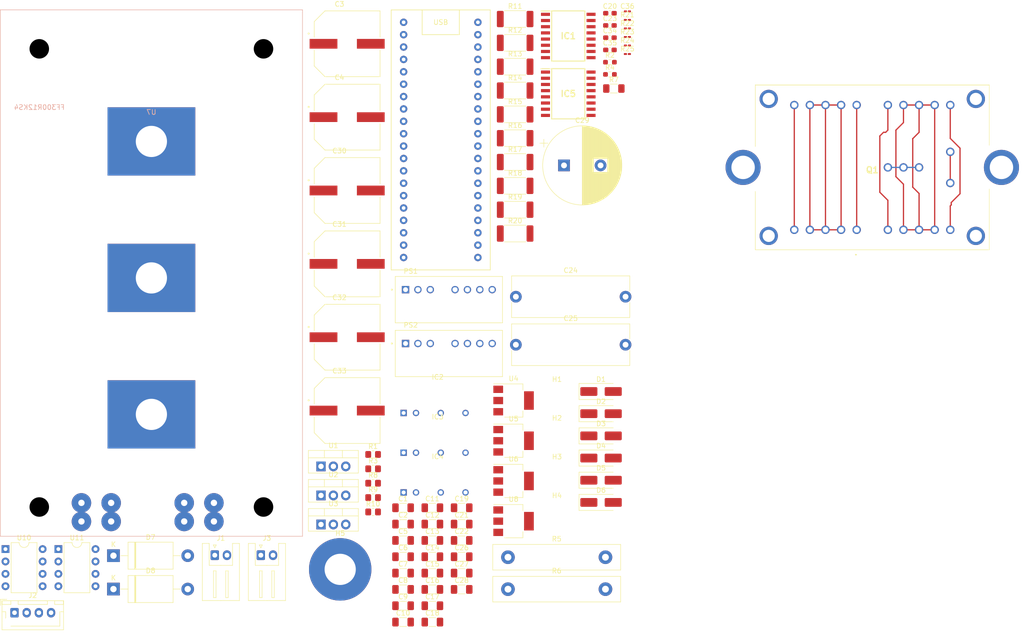
<source format=kicad_pcb>
(kicad_pcb (version 20221018) (generator pcbnew)
  (layers (0 "F.Cu" signal) (31 "B.Cu" signal) (34 "B.Paste" user) (35 "F.Paste" user) (36 "B.SilkS" user "B.Silkscreen") (37 "F.SilkS" user "F.Silkscreen") (38 "B.Mask" user) (39 "F.Mask" user) (44 "Edge.Cuts" user))
  (net 0 "")
  (net 1 "VAux+")
  (net 2 "VAux-")
  (net 3 "Net-(PS1-CTRL)")
  (net 4 "Net-(PS2-CTRL)")
  (net 5 "Net-(U3-VO)")
  (net 6 "VDrive1")
  (net 7 "GND1")
  (net 8 "VDrive2")
  (net 9 "GND2")
  (net 10 "Net-(U4-VO)")
  (net 11 "Net-(U5-VO)")
  (net 12 "Net-(U6-VO)")
  (net 13 "DIG5V")
  (net 14 "DIG-")
  (net 15 "DIG+")
  (net 16 "VDrive1Neg")
  (net 17 "VDrive2Neg")
  (net 18 "Net-(D1-A)")
  (net 19 "Net-(D4-A)")
  (net 20 "Net-(D7-K)")
  (net 21 "Net-(D8-A)")
  (net 22 "Net-(D8-K)")
  (net 23 "Net-(H5-Pad1)")
  (net 24 "+BATT")
  (net 25 "Net-(D3-A)")
  (net 26 "Net-(D6-A)")
  (net 28 "Net-(IC1-OUT)")
  (net 30 "INLS")
  (net 31 "RDY")
  (net 32 "FLT")
  (net 33 "RST")
  (net 35 "Net-(IC5-OUT)")
  (net 37 "INHS")
  (net 42 "Net-(R1-Pad2)")
  (net 43 "Net-(R3-Pad2)")
  (net 44 "Net-(J2-Pin_1)")
  (net 45 "Net-(J2-Pin_2)")
  (net 46 "Net-(J2-Pin_3)")
  (net 47 "Net-(J2-Pin_4)")
  (net 48 "Net-(U10-VO)")
  (net 49 "Net-(R23-Pad1)")
  (net 50 "Net-(U11-A)")
  (net 51 "Net-(U10-A)")
  (net 87 "Net-(Q1-PadE1)")
  (net 88 "Net-(Q1-PadE2)")
  (net 89 "Net-(Q1-PadG1)")
  (net 90 "Net-(Q1-PadG2)")
  (net 91 "Net-(Q1-PadP1)")
  (net 92 "Net-(Q1-PadT1)")
  (net 93 "Net-(Q1-PadU1)")
  (net 94 "Net-(Q1-PadEU1)")
  (footprint "Resistor_SMD:R_0805_2012Metric_Pad1.20x1.40mm_HandSolder" (layer "F.Cu") (at 92.338 110.037)
    (fp_text reference "R3")
    (fp_text value "3.3")
  )
  (footprint "Resistor_SMD:R_0603_1608Metric_Pad0.98x0.95mm_HandSolder" (layer "F.Cu") (at 140.928 26.607)
    (fp_text reference "R2")
    (fp_text value "1K")
  )
  (footprint "Capacitor_SMD:C_1206_3216Metric_Pad1.33x1.80mm_HandSolder" (layer "F.Cu") (at 98.488 138.127)
    (fp_text reference "C9")
    (fp_text value "1uF")
  )
  (footprint "Resistor_SMD:R_0805_2012Metric_Pad1.20x1.40mm_HandSolder" (layer "F.Cu") (at 92.338 115.937)
    (fp_text reference "R9")
    (fp_text value "4.7K")
  )
  (footprint "25V 1000uf:CAP_EEEFK1E102AQ" (layer "F.Cu") (at 87.013 98.087)
    (fp_text reference "C33")
    (fp_text value "1000uF")
  )
  (footprint "Capacitor_SMD:C_1206_3216Metric_Pad1.33x1.80mm_HandSolder" (layer "F.Cu") (at 110.508 128.077)
    (fp_text reference "C26")
    (fp_text value "22nF")
  )
  (footprint "Capacitor_SMD:C_1206_3216Metric_Pad1.33x1.80mm_HandSolder" (layer "F.Cu") (at 98.488 128.077)
    (fp_text reference "C6")
    (fp_text value "1uF")
  )
  (footprint "MountingHole:MountingHole_3.2mm_M3" (layer "F.Cu") (at 130.058 103.827)
    (fp_text reference "H2")
    (fp_text value "MountingHole")
  )
  (footprint "Package_TO_SOT_SMD:SOT-223-3_TabPin2" (layer "F.Cu") (at 121.158 104.277)
    (fp_text reference "U5")
    (fp_text value "AMS1117-5.0")
  )
  (footprint "1ED3322MC12NXUMA1:SOIC127P1030X265-16N" (layer "F.Cu") (at 132.378 33.087)
    (fp_text reference "IC5")
    (fp_text value "1ED3322MC12NXUMA1" hide)
  )
  (footprint "Resistor_SMD:R_2512_6332Metric_Pad1.40x3.35mm_HandSolder" (layer "F.Cu") (at 121.478 27.537)
    (fp_text reference "R13")
    (fp_text value "1")
  )
  (footprint "Package_DIP:DIP-8_W7.62mm" (layer "F.Cu") (at 16.918 126.507)
    (fp_text reference "U10")
    (fp_text value "6N137")
  )
  (footprint "Package_TO_SOT_THT:TO-220-3_Vertical" (layer "F.Cu") (at 81.648 121.457)
    (fp_text reference "U3")
    (fp_text value "LM7809_TO220")
  )
  (footprint "Capacitor_SMD:C_1206_3216Metric_Pad1.33x1.80mm_HandSolder" (layer "F.Cu") (at 104.498 141.477)
    (fp_text reference "C18")
    (fp_text value "1uF")
  )
  (footprint "25V 1000uf:CAP_EEEFK1E102AQ" (layer "F.Cu") (at 87.013 67.987)
    (fp_text reference "C31")
    (fp_text value "1000uF")
  )
  (footprint "MountingHole:MountingHole_3.2mm_M3" (layer "F.Cu") (at 130.058 95.877)
    (fp_text reference "H1")
    (fp_text value "MountingHole")
  )
  (footprint "Capacitor_SMD:C_1206_3216Metric_Pad1.33x1.80mm_HandSolder" (layer "F.Cu") (at 98.488 121.377)
    (fp_text reference "C2")
    (fp_text value "1uF")
  )
  (footprint "Diode_THT:D_DO-201AE_P15.24mm_Horizontal" (layer "F.Cu") (at 39.068 127.857)
    (fp_text reference "D7")
    (fp_text value "D_Snub")
  )
  (footprint "Resistor_SMD:R_2512_6332Metric_Pad1.40x3.35mm_HandSolder" (layer "F.Cu") (at 121.478 56.877)
    (fp_text reference "R19")
    (fp_text value "1")
  )
  (footprint "Resistor_SMD:R_0603_1608Metric_Pad0.98x0.95mm_HandSolder" (layer "F.Cu") (at 140.928 29.117)
    (fp_text reference "R4")
    (fp_text value "1K")
  )
  (footprint "Capacitor_SMD:C_1206_3216Metric_Pad1.33x1.80mm_HandSolder" (layer "F.Cu") (at 110.508 121.377)
    (fp_text reference "C21")
    (fp_text value "1uF")
  )
  (footprint "Capacitor_SMD:C_1206_3216Metric_Pad1.33x1.80mm_HandSolder" (layer "F.Cu") (at 104.498 118.027)
    (fp_text reference "C11")
    (fp_text value "1uF")
  )
  (footprint "25V 1000uf:CAP_EEEFK1E102AQ" (layer "F.Cu") (at 87.013 37.887)
    (fp_text reference "C4")
    (fp_text value "1000uF")
  )
  (footprint "Resistor_SMD:R_2512_6332Metric_Pad1.40x3.35mm_HandSolder" (layer "F.Cu") (at 121.478 51.987)
    (fp_text reference "R18")
    (fp_text value "1")
  )
  (footprint "Capacitor_SMD:C_0603_1608Metric_Pad1.08x0.95mm_HandSolder" (layer "F.Cu") (at 140.928 24.097)
    (fp_text reference "C35")
    (fp_text value "100nF")
  )
  (footprint "Resistor_SMD:R_0201_0603Metric_Pad0.64x0.40mm_HandSolder" (layer "F.Cu") (at 144.508 19.687)
    (fp_text reference "R22")
    (fp_text value "470")
  )
  (footprint "URB2415S-10WR3:CONV_URB2415S-10WR3" (layer "F.Cu") (at 107.883 75.327)
    (fp_text reference "PS1")
    (fp_text value "URB2415S-10WR3")
  )
  (footprint "Capacitor_SMD:C_1206_3216Metric_Pad1.33x1.80mm_HandSolder" (layer "F.Cu") (at 98.488 131.427)
    (fp_text reference "C7")
    (fp_text value "1uF")
  )
  (footprint "Resistor_SMD:R_2512_6332Metric_Pad1.40x3.35mm_HandSolder" (layer "F.Cu") (at 121.478 37.317)
    (fp_text reference "R15")
    (fp_text value "1")
  )
  (footprint "25V 1000uf:CAP_EEEFK1E102AQ" (layer "F.Cu") (at 87.013 22.837)
    (fp_text reference "C3")
    (fp_text value "1000uF")
  )
  (footprint "Capacitor_SMD:C_1206_3216Metric_Pad1.33x1.80mm_HandSolder" (layer "F.Cu") (at 110.508 124.727)
    (fp_text reference "C22")
    (fp_text value "1uF")
  )
  (footprint "Resistor_SMD:R_2512_6332Metric_Pad1.40x3.35mm_HandSolder" (layer "F.Cu") (at 121.478 61.767)
    (fp_text reference "R20")
    (fp_text value "1")
  )
  (footprint "Package_DIP:DIP-8_W7.62mm" (layer "F.Cu") (at 27.768 126.507)
    (fp_text reference "U11")
    (fp_text value "6N137")
  )
  (footprint "B0505-2W:B0505S-2W" (layer "F.Cu") (at 106.2192 95.6682)
    (property "VALUE" "B0505S-2W")
    (fp_text reference "IC2")
    (fp_text value "B0505S-2W")
  )
  (footprint "BLue Pill:ChinaBluePill" (layer "F.Cu") (at 98.598 66.687)
    (fp_text reference "U9" hide)
    (fp_text value "ChinaBluePill" hide)
  )
  (footprint "Capacitor_THT:CP_Radial_D16.0mm_P7.50mm" (layer "F.Cu") (at 131.502491 47.787)
    (fp_text reference "C29")
    (fp_text value "56uF")
  )
  (footprint "Connector_JST:JST_XH_S2B-XH-A_1x02_P2.50mm_Horizontal" (layer "F.Cu") (at 59.858 127.757)
    (fp_text reference "J1")
    (fp_text value "Conn_01x02_Male")
  )
  (footprint "Capacitor_SMD:C_1206_3216Metric_Pad1.33x1.80mm_HandSolder" (layer "F.Cu") (at 104.498 124.727)
    (fp_text reference "C13")
    (fp_text value "1uF")
  )
  (footprint "Capacitor_SMD:C_1206_3216Metric_Pad1.33x1.80mm_HandSolder" (layer "F.Cu") (at 110.508 118.027)
    (fp_text reference "C19")
    (fp_text value "1uF")
  )
  (footprint "MountingHole:MountingHole_3.2mm_M3" (layer "F.Cu") (at 130.058 111.777)
    (fp_text reference "H3")
    (fp_text value "MountingHole")
  )
  (footprint "Capacitor_SMD:C_0603_1608Metric_Pad1.08x0.95mm_HandSolder" (layer "F.Cu") (at 140.928 19.077)
    (fp_text reference "C23")
    (fp_text value "C_Desat")
  )
  (footprint "Resistor_SMD:R_0805_2012Metric_Pad1.20x1.40mm_HandSolder" (layer "F.Cu") (at 92.338 112.987)
    (fp_text reference "R8")
    (fp_text value "4.7K")
  )
  (footprint "25V 1000uf:CAP_EEEFK1E102AQ" (layer "F.Cu") (at 87.013 83.037)
    (fp_text reference "C32")
    (fp_text value "1000uF")
  )
  (footprint "Capacitor_SMD:C_1206_3216Metric_Pad1.33x1.80mm_HandSolder" (layer "F.Cu") (at 110.508 134.777)
    (fp_text reference "C28")
    (fp_text value "22nF")
  )
  (footprint "Resistor_SMD:R_0201_0603Metric_Pad0.64x0.40mm_HandSolder" (layer "F.Cu") (at 144.508 24.937)
    (fp_text reference "R25")
    (fp_text value "330")
  )
  (footprint "B0505-2W:B0505S-2W" (layer "F.Cu") (at 106.2192 111.973)
    (property "VALUE" "B0505S-2W")
    (fp_text reference "IC4")
    (fp_text value "B0505S-2W")
  )
  (footprint "Resistor_SMD:R_0201_0603Metric_Pad0.64x0.40mm_HandSolder" (layer "F.Cu") (at 144.508 21.437)
    (fp_text reference "R23")
    (fp_text value "330")
  )
  (footprint "Resistor_THT:R_Box_L26.0mm_W5.0mm_P20.00mm" (layer "F.Cu") (at 120.008 134.727)
    (fp_text reference "R6")
    (fp_text value "R_Snub")
  )
  (footprint "Capacitor_SMD:C_0603_1608Metric_Pad1.08x0.95mm_HandSolder" (layer "F.Cu") (at 140.928 21.587)
    (fp_text reference "C34")
    (fp_text value "100nF")
  )
  (footprint "Capacitor_SMD:C_1206_3216Metric_Pad1.33x1.80mm_HandSolder" (layer "F.Cu") (at 98.488 124.727)
    (fp_text reference "C5")
    (fp_text value "1uF")
  )
  (footprint "Capacitor_SMD:C_1206_3216Metric_Pad1.33x1.80mm_HandSolder" (layer "F.Cu") (at 104.498 128.077)
    (fp_text reference "C14")
    (fp_text value "1uF")
  )
  (footprint "Diode_SMD:D_SMA_Handsoldering" (layer "F.Cu") (at 139.103 98.727)
    (fp_text reference "D2")
    (fp_text value "D_Schottky")
  )
  (footprint "Diode_SMD:D_SMA_Handsoldering" (layer "F.Cu") (at 139.103 103.277)
    (fp_text reference "D3")
    (fp_text value "1N4007")
  )
  (footprint "IGBT:F475R06W1E3" (layer "F.Cu") (at 191.55 61)
    (fp_text reference "Q1")
    (fp_text value "F4-75R06W1E3" hide)
  )
  (footprint "Resistor_SMD:R_2512_6332Metric_Pad1.40x3.35mm_HandSolder" (layer "F.Cu") (at 121.478 42.207)
    (fp_text reference "R16")
    (fp_text value "1")
  )
  (footprint "Capacitor_SMD:C_1206_3216Metric_Pad1.33x1.80mm_HandSolder" (layer "F.Cu") (at 104.498 131.427)
    (fp_text reference "C15")
    (fp_text value "1uF")
  )
  (footprint "Package_TO_SOT_SMD:SOT-223-3_TabPin2" (layer "F.Cu") (at 121.158 112.527)
    (fp_text reference "U6")
    (fp_text value "AMS1117-5.0")
  )
  (footprint "25V 1000uf:CAP_EEEFK1E102AQ" (layer "F.Cu") (at 87.013 52.937)
    (fp_text reference "C30")
    (fp_text value "1000uF")
  )
  (footprint "Diode_SMD:D_SMA_Handsoldering" (layer "F.Cu") (at 139.103 116.927)
    (fp_text reference "D6")
    (fp_text value "1N4007")
  )
  (footprint "Resistor_SMD:R_2512_6332Metric_Pad1.40x3.35mm_HandSolder" (layer "F.Cu") (at 121.478 47.097)
    (fp_text reference "R17")
    (fp_text value "1")
  )
  (footprint "Connector_JST:JST_XH_S2B-XH-A_1x02_P2.50mm_Horizontal" (layer "F.Cu") (at 69.308 127.757)
    (fp_text reference "J3")
    (fp_text value "Conn_01x02_Male")
  )
  (footprint "MountingHole:MountingHole_3.2mm_M3" (layer "F.Cu") (at 130.058 119.727)
    (fp_text reference "H4")
    (fp_text value "MountingHole")
  )
  (footprint "URB2415S-10WR3:CONV_URB2415S-10WR3" (layer "F.Cu") (at 107.883 86.377)
    (fp_text reference "PS2")
    (fp_text value "URB2415S-10WR3")
  )
  (footprint "Diode_SMD:D_SMA_Handsoldering" (layer "F.Cu") (at 139.103 112.377)
    (fp_text reference "D5")
    (fp_text value "D_Schottky")
  )
  (footprint "Resistor_SMD:R_0805_2012Metric_Pad1.20x1.40mm_HandSolder" (layer "F.Cu") (at 92.338 107.087)
    (fp_text reference "R1")
    (fp_text value "3.3")
  )
  (footprint "Diode_THT:D_DO-201AE_P15.24mm_Horizontal" (layer "F.Cu") (at 39.068 134.707)
    (fp_text reference "D8")
    (fp_text value "D_Snub")
  )
  (footprint "Resistor_SMD:R_0201_0603Metric_Pad0.64x0.40mm_HandSolder" (layer "F.Cu") (at 144.508 17.937)
    (fp_text reference "R21")
    (fp_text value "330")
  )
  (footprint "Resistor_SMD:R_0805_2012Metric_Pad1.20x1.40mm_HandSolder" (layer "F.Cu") (at 92.338 118.887)
    (fp_text reference "R10")
    (fp_text value "4.7K")
  )
  (footprint "Package_TO_SOT_SMD:SOT-223-3_TabPin2" (layer "F.Cu") (at 121.158 96.027)
    (fp_text reference "U4")
    (fp_text value "AMS1117-5.0")
  )
  (footprint "1ED3322MC12NXUMA1:SOIC127P1030X265-16N" (layer "F.Cu") (at 132.378 21.237)
    (fp_text reference "IC1")
    (fp_text value "1ED3322MC12NXUMA1" hide)
  )
  (footprint "B0505-2W:B0505S-2W" (layer "F.Cu") (at 106.2192 103.8206)
    (property "VALUE" "B0505S-2W")
    (fp_text reference "IC3")
    (fp_text value "B0505S-2W")
  )
  (footprint "Capacitor_SMD:C_1206_3216Metric_Pad1.33x1.80mm_HandSolder" (layer "F.Cu") (at 110.508 131.427)
    (fp_text reference "C27")
    (fp_text value "22nF")
  )
  (footprint "Capacitor_SMD:C_1206_3216Metric_Pad1.33x1.80mm_HandSolder" (layer "F.Cu") (at 104.498 121.377)
    (fp_text reference "C12")
    (fp_text value "1uF")
  )
  (footprint "Resistor_SMD:R_1206_3216Metric_Pad1.30x1.75mm_HandSolder" (layer "F.Cu") (at 141.728 32.017)
    (fp_text reference "R7")
    (fp_text value "22K")
  )
  (footprint "Package_TO_SOT_THT:TO-220-3_Vertical" (layer "F.Cu") (at 81.648 109.537)
    (fp_text reference "U1")
    (fp_text value "LM7809_TO220")
  )
  (footprint "Capacitor_SMD:C_1206_3216Metric_Pad1.33x1.80mm_HandSolder" (layer "F.Cu") (at 104.498 134.777)
    (fp_text reference "C16")
    (fp_text value "1uF")
  )
  (footprint "Diode_SMD:D_SMA_Handsoldering" (layer "F.Cu") (at 139.103 107.827)
    (fp_text reference "D4")
    (fp_text value "D_Schottky")
  )
  (footprint "Resistor_SMD:R_2512_6332Metric_Pad1.40x3.35mm_HandSolder" (layer "F.Cu") (at 121.478 32.427)
    (fp_text reference "R14")
    (fp_text value "1")
  )
  (footprint "Capacitor_SMD:C_1206_3216Metric_Pad1.33x1.80mm_HandSolder" (layer "F.Cu") (at 98.488 134.777)
    (fp_text reference "C8")
    (fp_text value "1uF")
  )
  (footprint "Resistor_SMD:R_2512_6332Metric_Pad1.40x3.35mm_HandSolder" (layer "F.Cu") (at 121.478 22.647)
    (fp_text reference "R12")
    (fp_text value "1")
  )
  (footprint "Resistor_SMD:R_2512_6332Metric_Pad1.40x3.35mm_HandSolder" (layer "F.Cu") (at 121.478 17.757)
    (fp_text reference "R11")
    (fp_text value "1")
  )
  (footprint "Connector_JST:JST_XH_B4B-XH-AM_1x04_P2.50mm_Vertical" (layer "F.Cu") (at 18.768 139.557)
    (fp_text reference "J2")
    (fp_text value "Conn_01x04_Pin")
  )
  (footprint "Capacitor_SMD:C_0201_0603Metric_Pad0.64x0.40mm_HandSolder" (layer "F.Cu") (at 144.508 16.187)
    (fp_text reference "C36")
    (fp_text value "0.1uF")
  )
  (footprint "Capacitor_SMD:C_1206_3216Metric_Pad1.33x1.80mm_HandSolder" (layer "F.Cu") (at 98.488 141.477)
    (fp_text reference "C10")
    (fp_text value "1uF")
  )
  (footprint "Resistor_THT:R_Box_L26.0mm_W5.0mm_P20.00mm" (layer "F.Cu") (at 120.008 128.177)
    (fp_text reference "R5")
    (fp_text value "R_Snub")
  )
  (footprint "Capacitor_SMD:C_1206_3216Metric_Pad1.33x1.80mm_HandSolder" (layer "F.Cu") (at 104.498 138.127)
    (fp_text reference "C17")
    (fp_text value "1uF")
  )
  (footprint "Resistor_SMD:R_0201_0603Metric_Pad0.64x0.40mm_HandSolder" (layer "F.Cu") (at 144.508 23.187)
    (fp_text reference "R24")
    (fp_text value "330")
  )
  (footprint "Package_TO_SOT_THT:TO-220-3_Vertical" (layer "F.Cu") (at 81.648 115.497)
    (fp_text reference "U2")
    (fp_text value "LM7809_TO220")
  )
  (footprint "Capacitor_SMD:C_1206_3216Metric_Pad1.33x1.80mm_HandSolder" (layer "F.Cu") (at 98.488 118.027)
    (fp_text reference "C1")
    (fp_text value "1uF")
  )
  (footprint "Capacitor_THT:C_Rect_L24.0mm_W8.3mm_P22.50mm_MKT" (layer "F.Cu") (at 121.628 84.577)
    (fp_text reference "C25")
    (fp_text value "C_Snub")
  )
  (footprint "Capacitor_SMD:C_0603_1608Metric_Pad1.08x0.95mm_HandSolder" (layer "F.Cu") (at 140.928 16.567)
    (fp_text reference "C20")
    (fp_text value "C_Desat")
  )
  (footprint "MountingHole:MountingHole_6.4mm_M6_Pad" (layer "F.Cu") (at 85.588 130.667)
    (fp_text reference "H5")
    (fp_text value "Output -")
  )
  (footprint "Package_TO_SOT_SMD:SOT-223-3_TabPin2" (layer "F.Cu") (at 121.158 120.777)
    (fp_text reference "U8")
    (fp_text value "AMS1117-3.3")
  )
  (footprint "Capacitor_THT:C_Rect_L24.0mm_W8.3mm_P22.50mm_MKT" (layer "F.Cu") (at 121.628 74.727)
    (fp_text reference "C24")
    (fp_text value "C_Snub")
  )
  (footprint "Diode_SMD:D_SMA_Handsoldering" (layer "F.Cu") (at 139.103 94.177)
    (fp_text reference "D1")
    (fp_text value "D_Schottky")
  )
  (footprint "FF300:FF300R12KS4" (layer "B.Cu") (at 46.853 35.872 180)
    (fp_text reference "U7")
    (fp_text value "FF150R12RT4" hide)
  )
  (segment (start 191.55 35.4) (end 191.55 61) (width 0.25) (layer "F.Cu") (net 87))
  (segment (start 210.75 56.1) (end 210.75 61) (width 0.25) (layer "F.Cu") (net 88))
  (segment (start 210.75 35.4) (end 210.75 42.25) (width 0.25) (layer "F.Cu") (net 88))
  (segment (start 212.75 53.6) (end 210.95 55.4) (width 0.25) (layer "F.Cu") (net 88))
  (segment (start 212.75 44.25) (end 212.75 53.6) (width 0.25) (layer "F.Cu") (net 88))
  (segment (start 210.95 55.4) (end 210.95 55.9) (width 0.25) (layer "F.Cu") (net 88))
  (segment (start 210.75 42.25) (end 212.75 44.25) (width 0.25) (layer "F.Cu") (net 88))
  (segment (start 210.95 55.9) (end 210.75 56.1) (width 0.25) (layer "F.Cu") (net 88))
  (segment (start 178.75 35.4) (end 178.75 61) (width 0.25) (layer "F.Cu") (net 89))
  (segment (start 196.3 53.3) (end 197.95 54.95) (width 0.25) (layer "F.Cu") (net 90))
  (segment (start 197.95 40.55) (end 197.5 41) (width 0.25) (layer "F.Cu") (net 90))
  (segment (start 197.05 41) (end 196.3 41.75) (width 0.25) (layer "F.Cu") (net 90))
  (segment (start 197.95 35.4) (end 197.95 40.55) (width 0.25) (layer "F.Cu") (net 90))
  (segment (start 197.5 41) (end 197.05 41) (width 0.25) (layer "F.Cu") (net 90))
  (segment (start 197.95 54.95) (end 197.95 61) (width 0.25) (layer "F.Cu") (net 90))
  (segment (start 196.3 41.75) (end 196.3 53.3) (width 0.25) (layer "F.Cu") (net 90))
  (segment (start 197.95 48.2) (end 204.35 48.2) (width 0.25) (layer "B.Cu") (net 91))
  (segment (start 210.75 51.4) (end 210.75 45) (width 0.25) (layer "F.Cu") (net 92))
  (segment (start 188.35 61) (end 181.95 61) (width 0.25) (layer "F.Cu") (net 93))
  (segment (start 181.95 61) (end 181.95 35.4) (width 0.25) (layer "F.Cu") (net 93))
  (segment (start 188.35 35.4) (end 188.35 61) (width 0.25) (layer "F.Cu") (net 93))
  (segment (start 185.15 35.4) (end 185.15 61) (width 0.25) (layer "F.Cu") (net 93))
  (segment (start 181.95 35.4) (end 188.35 35.4) (width 0.25) (layer "F.Cu") (net 93))
  (segment (start 203.05 52.25) (end 203.05 42.3) (width 0.25) (layer "F.Cu") (net 94))
  (segment (start 204.35 53.55) (end 203.05 52.25) (width 0.25) (layer "F.Cu") (net 94))
  (segment (start 204.35 61) (end 204.35 53.55) (width 0.25) (layer "F.Cu") (net 94))
  (segment (start 199.6 40.55) (end 201.15 39) (width 0.25) (layer "F.Cu") (net 94))
  (segment (start 201.15 39) (end 201.15 35.4) (width 0.25) (layer "F.Cu") (net 94))
  (segment (start 207.55 61) (end 207.55 35.4) (width 0.25) (layer "F.Cu") (net 94))
  (segment (start 201.15 35.4) (end 207.55 35.4) (width 0.25) (layer "F.Cu") (net 94))
  (segment (start 204.35 41) (end 204.35 35.4) (width 0.25) (layer "F.Cu") (net 94))
  (segment (start 199.6 50.1) (end 199.6 40.55) (width 0.25) (layer "F.Cu") (net 94))
  (segment (start 207.55 61) (end 201.15 61) (width 0.25) (layer "F.Cu") (net 94))
  (segment (start 201.15 51.65) (end 199.6 50.1) (width 0.25) (layer "F.Cu") (net 94))
  (segment (start 201.15 61) (end 201.15 51.65) (width 0.25) (layer "F.Cu") (net 94))
  (segment (start 203.05 42.3) (end 204.35 41) (width 0.25) (layer "F.Cu") (net 94))
)
</source>
